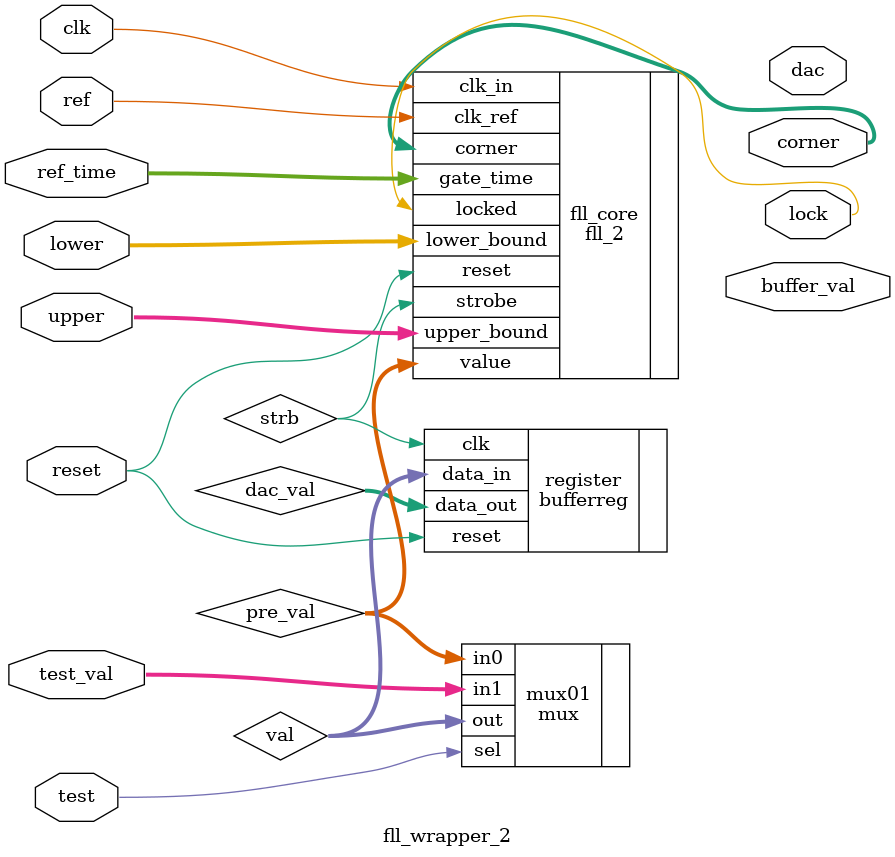
<source format=v>
module fll_wrapper_2 #( parameter N =10)
(
	input ref , reset ,
	input clk ,
	input [N -1:0] upper ,
	input [N -1:0] lower ,
	input [N -1:0] ref_time ,
	input [N -1:0] test_val ,
	input test ,
	output [N -1:0] buffer_val ,
	output [N -1:0] dac ,
	output [2:0] corner ,
	output lock
);
	wire strb ;
	wire[N -1:0] pre_val ;
	wire[N -1:0] val;
	wire[N -1:0] dac_val ;
	fll_2 #(.N(N)) fll_core (. reset ( reset ), . clk_ref ( ref), . clk_in (clk ),
	. lower_bound ( lower ), . upper_bound ( upper ),
	. gate_time ( ref_time ), . value ( pre_val ),
	. strobe ( strb ), . corner ( corner ), . locked ( lock ));
	mux #(.N(N)) mux01 (. sel( test ), .in0( pre_val ), .in1( test_val ), . out( val ));
	bufferreg #(.N(N)) register (. reset ( reset ), . clk( strb ), . data_in (val ),
	. data_out ( dac_val ));
endmodule
</source>
